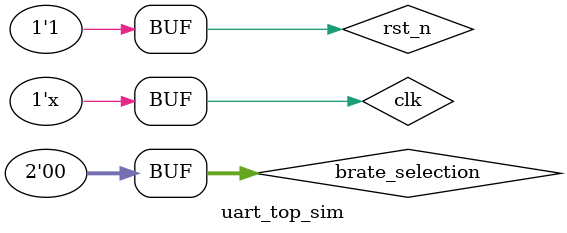
<source format=v>
`timescale 1ps / 1ps


module uart_top_sim();
reg clk, rst_n, rx_input;
reg [1:0] brate_selection;
wire [10:0] freq_factor;
reg [3:0] counter;
wire [10:0] h_cnt;
wire [10:0] v_cnt;
wire [3:0] o_r, o_g, o_b;
wire [10:0] H_BACK_PORCH;
wire [10:0] H_VISIBLE;
wire [10:0] V_BACK_PORCH;
wire [10:0] V_VISIBLE;
wire data_valid;
//wire [11:0] read_data;
//wire [11:0] write_data;
wire [2:0] uart_rx_state;
//wire [1:0] read_state_next;
//wire [11:0] o_read_data;
//wire [18:0] addr_wr;
//wire [10:0] img_width;
//wire [10:0] img_height;
//wire write_en;
//wire [18:0] addr_rd;
wire sram_we_n;
wire sram_oe_n;
wire sram_ce_n;
wire sram_addr;
wire sram_data;
wire sram_lb_n;
wire sram_ub_n;
uart_top u(
    .clk(clk),
    .clk_read(clk),
    .rst_n(rst_n),
    .rx_input(rx_input),
    .brate_selection(brate_selection),
    .h_cnt(h_cnt),
    .v_cnt(v_cnt),
    .H_BACK_PORCH(1),
    .H_VISIBLE(30),
    .V_BACK_PORCH(1),
    .V_VISIBLE(30),
    .o_r(o_r),
    .o_g(o_g),
    .o_b(o_b),
    .test1(data_valid),
    .test2(uart_rx_state),
    
    .sram_we_n(sram_we_n),
    .sram_oe_n(sram_oe_n),
    .sram_ce_n(sram_ce_n),
    .sram_addr(sram_addr),
    .sram_data(sram_data),
    .sram_lb_n(sram_lb_n),
    .sram_ub_n(sram_ub_n)
//    .test(write_data),
//    .test2(read_data),
//    .test3(addr_wr),
//    .test4(write_en),
//    .test5(addr_rd),
//    .test6(img_height)
);

vga_display u2(
    .clk(clk),
    .rst_n(rst_n),
    .resolution_select(2'b00),
    .h_cnt(h_cnt),
    .v_cnt(v_cnt),
    .H_BACK_PORCH(H_BACK_PORCH),
    .H_VISIBLE(H_VISIBLE),
    .V_BACK_PORCH(V_BACK_PORCH),
    .V_VISIBLE(V_VISIBLE)
);

initial
begin
    clk = 0;
    rst_n = 0;
    rx_input = 1;
    counter = 0;
    brate_selection = 0;
    #5 rst_n = 1;
end

always
begin
    #10 clk = ~clk;
end

always
begin
    counter = counter + 1;
    if(counter >= 8) begin
        #325 rx_input = 1;
        counter = 0;
    end
    else
    #325 rx_input = ~rx_input;
end
endmodule

</source>
